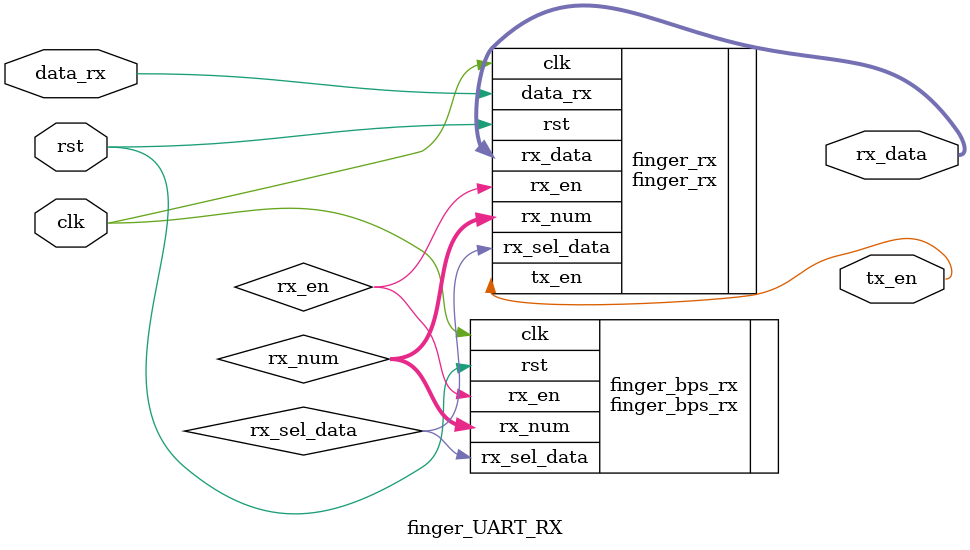
<source format=v>
`timescale 1ns / 1ps
module finger_UART_RX(
	input clk,
	input rst,
	input data_rx,
	output tx_en,
	output [7:0] rx_data
    );

	wire rx_en;
	wire rx_sel_data;
	wire [3:0] rx_num;

	finger_bps_rx finger_bps_rx(
	.clk(clk),
	.rst(rst),
	.rx_en(rx_en),
	
	.rx_sel_data(rx_sel_data),   //波特率的计数的中心点（采集数据的使能信号）
	.rx_num(rx_num)   //一帧数据0~9
    );
	
	finger_rx finger_rx(
	.clk(clk),
	.rst(rst),
	.data_rx(data_rx),
	.rx_num(rx_num),
	.rx_sel_data(rx_sel_data),
	
	.rx_en(rx_en),
	.tx_en(tx_en),
	.rx_data(rx_data)
    );

endmodule

</source>
